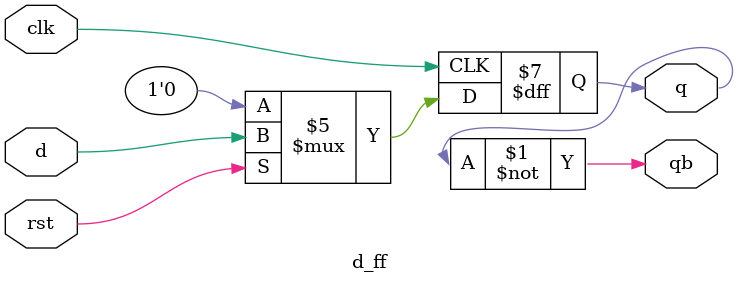
<source format=v>
module d_ff
(						//模块名及参数定义
input clk,rst,d,	
output reg q,
output wire qb
);

assign qb = ~q;

always @( posedge clk )   //只有clk上升沿时刻触发
	if(!rst)				  //复位信号判断，低有效
		q <= 1'b0;        //复位有效时清零
	else
		q <= d;           //触发时输出q值为输入d

endmodule

</source>
